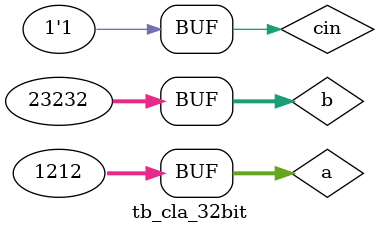
<source format=v>
`timescale 1ns/1ps

module tb_cla_32bit;

parameter N = 32;     /*Change this to 16 if you want to test CLA 16-bit*/

// declare your signals as reg or wire
reg [N-1:0] a;
reg [N-1:0] b;
reg cin;
wire [N-1:0] S;
wire cout, Pout, Gout;

initial begin

// write the stimuli conditions
$monitor("a:%b b:%b cin:%b S:%b cout:%b Pout:%b Gout:%b", a, b, cin, S, cout, Pout, Gout);
a=232; b=3232; cin=0; #1;
a=2133; b=1211; cin=0; #1;
a=1212; b=23232; cin=1; #1;

end

CLA_32bit dut (.a(a), .b(b), .cin(cin), .sum(S), .cout(cout), .Pout(Pout), .Gout(Gout));


initial begin
    $dumpfile("cla_32bit.vcd");
    $dumpvars(0, tb_cla_32bit);
end

endmodule

</source>
